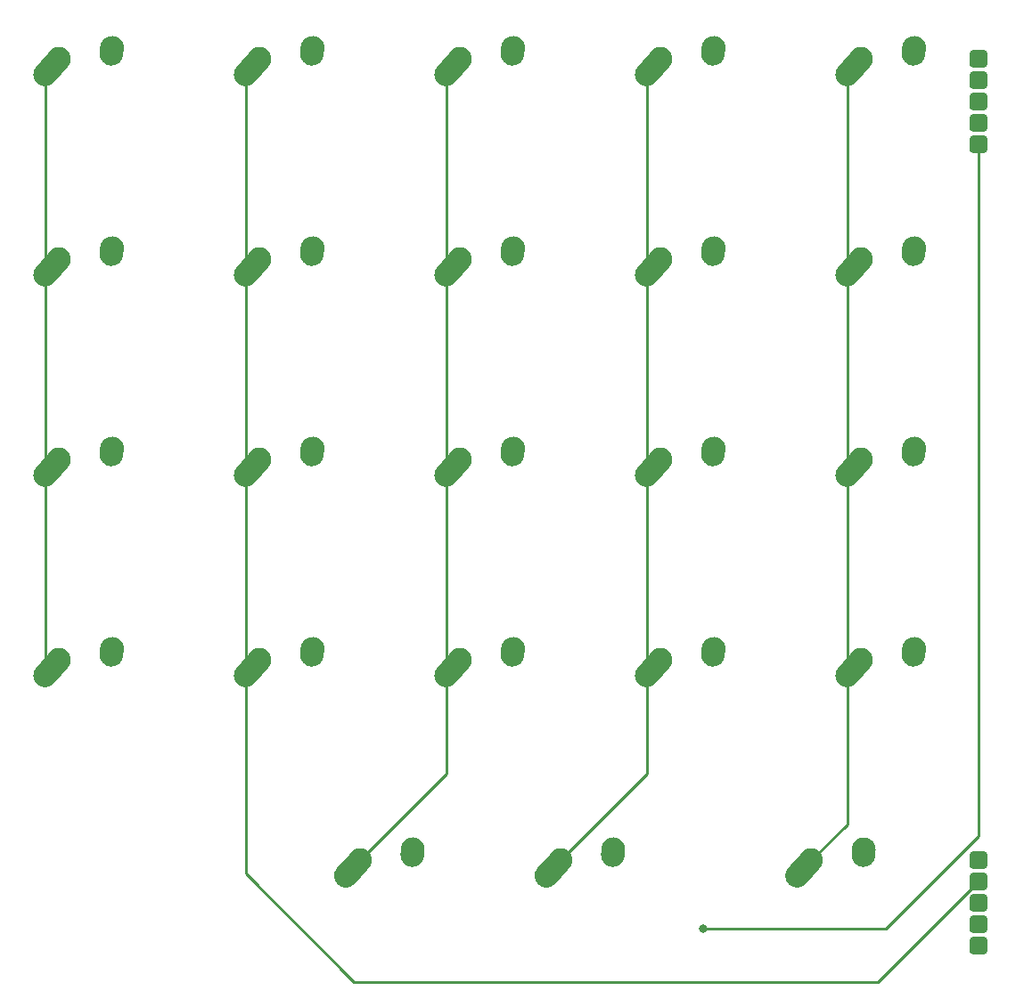
<source format=gtl>
%TF.GenerationSoftware,KiCad,Pcbnew,(5.1.12)-1*%
%TF.CreationDate,2022-01-05T11:41:57-05:00*%
%TF.ProjectId,gasket-1,6761736b-6574-42d3-912e-6b696361645f,rev?*%
%TF.SameCoordinates,Original*%
%TF.FileFunction,Copper,L1,Top*%
%TF.FilePolarity,Positive*%
%FSLAX46Y46*%
G04 Gerber Fmt 4.6, Leading zero omitted, Abs format (unit mm)*
G04 Created by KiCad (PCBNEW (5.1.12)-1) date 2022-01-05 11:41:57*
%MOMM*%
%LPD*%
G01*
G04 APERTURE LIST*
%TA.AperFunction,ComponentPad*%
%ADD10C,2.250000*%
%TD*%
%TA.AperFunction,ViaPad*%
%ADD11C,0.800000*%
%TD*%
%TA.AperFunction,Conductor*%
%ADD12C,0.254000*%
%TD*%
G04 APERTURE END LIST*
D10*
%TO.P,MX21,1*%
%TO.N,COL4*%
X104656250Y-65056250D03*
%TA.AperFunction,ComponentPad*%
G36*
G01*
X102594938Y-67353600D02*
X102594933Y-67353595D01*
G75*
G02*
X102508905Y-65764933I751317J837345D01*
G01*
X103818907Y-64304933D01*
G75*
G02*
X105407569Y-64218905I837345J-751317D01*
G01*
X105407569Y-64218905D01*
G75*
G02*
X105493597Y-65807567I-751317J-837345D01*
G01*
X104183595Y-67267567D01*
G75*
G02*
X102594933Y-67353595I-837345J751317D01*
G01*
G37*
%TD.AperFunction*%
%TO.P,MX21,2*%
%TO.N,Net-(D21-Pad2)*%
X109696250Y-63976250D03*
%TA.AperFunction,ComponentPad*%
G36*
G01*
X109579733Y-65678645D02*
X109578847Y-65678584D01*
G75*
G02*
X108533916Y-64478847I77403J1122334D01*
G01*
X108573916Y-63898847D01*
G75*
G02*
X109773653Y-62853916I1122334J-77403D01*
G01*
X109773653Y-62853916D01*
G75*
G02*
X110818584Y-64053653I-77403J-1122334D01*
G01*
X110778584Y-64633653D01*
G75*
G02*
X109578847Y-65678584I-1122334J77403D01*
G01*
G37*
%TD.AperFunction*%
%TD*%
%TO.P,M2,1*%
%TO.N,COL0*%
%TA.AperFunction,ComponentPad*%
G36*
G01*
X114947700Y-103562150D02*
X114947700Y-102685850D01*
G75*
G02*
X115385850Y-102247700I438150J0D01*
G01*
X116262150Y-102247700D01*
G75*
G02*
X116700300Y-102685850I0J-438150D01*
G01*
X116700300Y-103562150D01*
G75*
G02*
X116262150Y-104000300I-438150J0D01*
G01*
X115385850Y-104000300D01*
G75*
G02*
X114947700Y-103562150I0J438150D01*
G01*
G37*
%TD.AperFunction*%
%TO.P,M2,2*%
%TO.N,COL1*%
%TA.AperFunction,ComponentPad*%
G36*
G01*
X114947700Y-105594150D02*
X114947700Y-104717850D01*
G75*
G02*
X115385850Y-104279700I438150J0D01*
G01*
X116262150Y-104279700D01*
G75*
G02*
X116700300Y-104717850I0J-438150D01*
G01*
X116700300Y-105594150D01*
G75*
G02*
X116262150Y-106032300I-438150J0D01*
G01*
X115385850Y-106032300D01*
G75*
G02*
X114947700Y-105594150I0J438150D01*
G01*
G37*
%TD.AperFunction*%
%TO.P,M2,3*%
%TO.N,COL2*%
%TA.AperFunction,ComponentPad*%
G36*
G01*
X114947700Y-107626150D02*
X114947700Y-106749850D01*
G75*
G02*
X115385850Y-106311700I438150J0D01*
G01*
X116262150Y-106311700D01*
G75*
G02*
X116700300Y-106749850I0J-438150D01*
G01*
X116700300Y-107626150D01*
G75*
G02*
X116262150Y-108064300I-438150J0D01*
G01*
X115385850Y-108064300D01*
G75*
G02*
X114947700Y-107626150I0J438150D01*
G01*
G37*
%TD.AperFunction*%
%TO.P,M2,4*%
%TO.N,COL3*%
%TA.AperFunction,ComponentPad*%
G36*
G01*
X114947700Y-109658150D02*
X114947700Y-108781850D01*
G75*
G02*
X115385850Y-108343700I438150J0D01*
G01*
X116262150Y-108343700D01*
G75*
G02*
X116700300Y-108781850I0J-438150D01*
G01*
X116700300Y-109658150D01*
G75*
G02*
X116262150Y-110096300I-438150J0D01*
G01*
X115385850Y-110096300D01*
G75*
G02*
X114947700Y-109658150I0J438150D01*
G01*
G37*
%TD.AperFunction*%
%TO.P,M2,5*%
%TO.N,COL4*%
%TA.AperFunction,ComponentPad*%
G36*
G01*
X114947700Y-111690150D02*
X114947700Y-110813850D01*
G75*
G02*
X115385850Y-110375700I438150J0D01*
G01*
X116262150Y-110375700D01*
G75*
G02*
X116700300Y-110813850I0J-438150D01*
G01*
X116700300Y-111690150D01*
G75*
G02*
X116262150Y-112128300I-438150J0D01*
G01*
X115385850Y-112128300D01*
G75*
G02*
X114947700Y-111690150I0J438150D01*
G01*
G37*
%TD.AperFunction*%
%TD*%
%TO.P,M1,5*%
%TO.N,ROW4*%
%TA.AperFunction,ComponentPad*%
G36*
G01*
X114947700Y-35490150D02*
X114947700Y-34613850D01*
G75*
G02*
X115385850Y-34175700I438150J0D01*
G01*
X116262150Y-34175700D01*
G75*
G02*
X116700300Y-34613850I0J-438150D01*
G01*
X116700300Y-35490150D01*
G75*
G02*
X116262150Y-35928300I-438150J0D01*
G01*
X115385850Y-35928300D01*
G75*
G02*
X114947700Y-35490150I0J438150D01*
G01*
G37*
%TD.AperFunction*%
%TO.P,M1,4*%
%TO.N,ROW3*%
%TA.AperFunction,ComponentPad*%
G36*
G01*
X114947700Y-33458150D02*
X114947700Y-32581850D01*
G75*
G02*
X115385850Y-32143700I438150J0D01*
G01*
X116262150Y-32143700D01*
G75*
G02*
X116700300Y-32581850I0J-438150D01*
G01*
X116700300Y-33458150D01*
G75*
G02*
X116262150Y-33896300I-438150J0D01*
G01*
X115385850Y-33896300D01*
G75*
G02*
X114947700Y-33458150I0J438150D01*
G01*
G37*
%TD.AperFunction*%
%TO.P,M1,3*%
%TO.N,ROW2*%
%TA.AperFunction,ComponentPad*%
G36*
G01*
X114947700Y-31426150D02*
X114947700Y-30549850D01*
G75*
G02*
X115385850Y-30111700I438150J0D01*
G01*
X116262150Y-30111700D01*
G75*
G02*
X116700300Y-30549850I0J-438150D01*
G01*
X116700300Y-31426150D01*
G75*
G02*
X116262150Y-31864300I-438150J0D01*
G01*
X115385850Y-31864300D01*
G75*
G02*
X114947700Y-31426150I0J438150D01*
G01*
G37*
%TD.AperFunction*%
%TO.P,M1,2*%
%TO.N,ROW1*%
%TA.AperFunction,ComponentPad*%
G36*
G01*
X114947700Y-29394150D02*
X114947700Y-28517850D01*
G75*
G02*
X115385850Y-28079700I438150J0D01*
G01*
X116262150Y-28079700D01*
G75*
G02*
X116700300Y-28517850I0J-438150D01*
G01*
X116700300Y-29394150D01*
G75*
G02*
X116262150Y-29832300I-438150J0D01*
G01*
X115385850Y-29832300D01*
G75*
G02*
X114947700Y-29394150I0J438150D01*
G01*
G37*
%TD.AperFunction*%
%TO.P,M1,1*%
%TO.N,ROW0*%
%TA.AperFunction,ComponentPad*%
G36*
G01*
X114947700Y-27362150D02*
X114947700Y-26485850D01*
G75*
G02*
X115385850Y-26047700I438150J0D01*
G01*
X116262150Y-26047700D01*
G75*
G02*
X116700300Y-26485850I0J-438150D01*
G01*
X116700300Y-27362150D01*
G75*
G02*
X116262150Y-27800300I-438150J0D01*
G01*
X115385850Y-27800300D01*
G75*
G02*
X114947700Y-27362150I0J438150D01*
G01*
G37*
%TD.AperFunction*%
%TD*%
%TO.P,MX19,1*%
%TO.N,COL4*%
X104656250Y-26956250D03*
%TA.AperFunction,ComponentPad*%
G36*
G01*
X102594938Y-29253600D02*
X102594933Y-29253595D01*
G75*
G02*
X102508905Y-27664933I751317J837345D01*
G01*
X103818907Y-26204933D01*
G75*
G02*
X105407569Y-26118905I837345J-751317D01*
G01*
X105407569Y-26118905D01*
G75*
G02*
X105493597Y-27707567I-751317J-837345D01*
G01*
X104183595Y-29167567D01*
G75*
G02*
X102594933Y-29253595I-837345J751317D01*
G01*
G37*
%TD.AperFunction*%
%TO.P,MX19,2*%
%TO.N,Net-(D19-Pad2)*%
X109696250Y-25876250D03*
%TA.AperFunction,ComponentPad*%
G36*
G01*
X109579733Y-27578645D02*
X109578847Y-27578584D01*
G75*
G02*
X108533916Y-26378847I77403J1122334D01*
G01*
X108573916Y-25798847D01*
G75*
G02*
X109773653Y-24753916I1122334J-77403D01*
G01*
X109773653Y-24753916D01*
G75*
G02*
X110818584Y-25953653I-77403J-1122334D01*
G01*
X110778584Y-26533653D01*
G75*
G02*
X109578847Y-27578584I-1122334J77403D01*
G01*
G37*
%TD.AperFunction*%
%TD*%
%TO.P,MX18,1*%
%TO.N,COL3*%
X76081250Y-103156250D03*
%TA.AperFunction,ComponentPad*%
G36*
G01*
X74019938Y-105453600D02*
X74019933Y-105453595D01*
G75*
G02*
X73933905Y-103864933I751317J837345D01*
G01*
X75243907Y-102404933D01*
G75*
G02*
X76832569Y-102318905I837345J-751317D01*
G01*
X76832569Y-102318905D01*
G75*
G02*
X76918597Y-103907567I-751317J-837345D01*
G01*
X75608595Y-105367567D01*
G75*
G02*
X74019933Y-105453595I-837345J751317D01*
G01*
G37*
%TD.AperFunction*%
%TO.P,MX18,2*%
%TO.N,Net-(D18-Pad2)*%
X81121250Y-102076250D03*
%TA.AperFunction,ComponentPad*%
G36*
G01*
X81004733Y-103778645D02*
X81003847Y-103778584D01*
G75*
G02*
X79958916Y-102578847I77403J1122334D01*
G01*
X79998916Y-101998847D01*
G75*
G02*
X81198653Y-100953916I1122334J-77403D01*
G01*
X81198653Y-100953916D01*
G75*
G02*
X82243584Y-102153653I-77403J-1122334D01*
G01*
X82203584Y-102733653D01*
G75*
G02*
X81003847Y-103778584I-1122334J77403D01*
G01*
G37*
%TD.AperFunction*%
%TD*%
%TO.P,MX23,1*%
%TO.N,COL4*%
X99893750Y-103156250D03*
%TA.AperFunction,ComponentPad*%
G36*
G01*
X97832438Y-105453600D02*
X97832433Y-105453595D01*
G75*
G02*
X97746405Y-103864933I751317J837345D01*
G01*
X99056407Y-102404933D01*
G75*
G02*
X100645069Y-102318905I837345J-751317D01*
G01*
X100645069Y-102318905D01*
G75*
G02*
X100731097Y-103907567I-751317J-837345D01*
G01*
X99421095Y-105367567D01*
G75*
G02*
X97832433Y-105453595I-837345J751317D01*
G01*
G37*
%TD.AperFunction*%
%TO.P,MX23,2*%
%TO.N,Net-(D23-Pad2)*%
X104933750Y-102076250D03*
%TA.AperFunction,ComponentPad*%
G36*
G01*
X104817233Y-103778645D02*
X104816347Y-103778584D01*
G75*
G02*
X103771416Y-102578847I77403J1122334D01*
G01*
X103811416Y-101998847D01*
G75*
G02*
X105011153Y-100953916I1122334J-77403D01*
G01*
X105011153Y-100953916D01*
G75*
G02*
X106056084Y-102153653I-77403J-1122334D01*
G01*
X106016084Y-102733653D01*
G75*
G02*
X104816347Y-103778584I-1122334J77403D01*
G01*
G37*
%TD.AperFunction*%
%TD*%
%TO.P,MX22,1*%
%TO.N,COL4*%
X104656250Y-84106250D03*
%TA.AperFunction,ComponentPad*%
G36*
G01*
X102594938Y-86403600D02*
X102594933Y-86403595D01*
G75*
G02*
X102508905Y-84814933I751317J837345D01*
G01*
X103818907Y-83354933D01*
G75*
G02*
X105407569Y-83268905I837345J-751317D01*
G01*
X105407569Y-83268905D01*
G75*
G02*
X105493597Y-84857567I-751317J-837345D01*
G01*
X104183595Y-86317567D01*
G75*
G02*
X102594933Y-86403595I-837345J751317D01*
G01*
G37*
%TD.AperFunction*%
%TO.P,MX22,2*%
%TO.N,Net-(D22-Pad2)*%
X109696250Y-83026250D03*
%TA.AperFunction,ComponentPad*%
G36*
G01*
X109579733Y-84728645D02*
X109578847Y-84728584D01*
G75*
G02*
X108533916Y-83528847I77403J1122334D01*
G01*
X108573916Y-82948847D01*
G75*
G02*
X109773653Y-81903916I1122334J-77403D01*
G01*
X109773653Y-81903916D01*
G75*
G02*
X110818584Y-83103653I-77403J-1122334D01*
G01*
X110778584Y-83683653D01*
G75*
G02*
X109578847Y-84728584I-1122334J77403D01*
G01*
G37*
%TD.AperFunction*%
%TD*%
%TO.P,MX20,1*%
%TO.N,COL4*%
X104656250Y-46006250D03*
%TA.AperFunction,ComponentPad*%
G36*
G01*
X102594938Y-48303600D02*
X102594933Y-48303595D01*
G75*
G02*
X102508905Y-46714933I751317J837345D01*
G01*
X103818907Y-45254933D01*
G75*
G02*
X105407569Y-45168905I837345J-751317D01*
G01*
X105407569Y-45168905D01*
G75*
G02*
X105493597Y-46757567I-751317J-837345D01*
G01*
X104183595Y-48217567D01*
G75*
G02*
X102594933Y-48303595I-837345J751317D01*
G01*
G37*
%TD.AperFunction*%
%TO.P,MX20,2*%
%TO.N,Net-(D20-Pad2)*%
X109696250Y-44926250D03*
%TA.AperFunction,ComponentPad*%
G36*
G01*
X109579733Y-46628645D02*
X109578847Y-46628584D01*
G75*
G02*
X108533916Y-45428847I77403J1122334D01*
G01*
X108573916Y-44848847D01*
G75*
G02*
X109773653Y-43803916I1122334J-77403D01*
G01*
X109773653Y-43803916D01*
G75*
G02*
X110818584Y-45003653I-77403J-1122334D01*
G01*
X110778584Y-45583653D01*
G75*
G02*
X109578847Y-46628584I-1122334J77403D01*
G01*
G37*
%TD.AperFunction*%
%TD*%
%TO.P,MX17,1*%
%TO.N,COL3*%
X85606250Y-84106250D03*
%TA.AperFunction,ComponentPad*%
G36*
G01*
X83544938Y-86403600D02*
X83544933Y-86403595D01*
G75*
G02*
X83458905Y-84814933I751317J837345D01*
G01*
X84768907Y-83354933D01*
G75*
G02*
X86357569Y-83268905I837345J-751317D01*
G01*
X86357569Y-83268905D01*
G75*
G02*
X86443597Y-84857567I-751317J-837345D01*
G01*
X85133595Y-86317567D01*
G75*
G02*
X83544933Y-86403595I-837345J751317D01*
G01*
G37*
%TD.AperFunction*%
%TO.P,MX17,2*%
%TO.N,Net-(D17-Pad2)*%
X90646250Y-83026250D03*
%TA.AperFunction,ComponentPad*%
G36*
G01*
X90529733Y-84728645D02*
X90528847Y-84728584D01*
G75*
G02*
X89483916Y-83528847I77403J1122334D01*
G01*
X89523916Y-82948847D01*
G75*
G02*
X90723653Y-81903916I1122334J-77403D01*
G01*
X90723653Y-81903916D01*
G75*
G02*
X91768584Y-83103653I-77403J-1122334D01*
G01*
X91728584Y-83683653D01*
G75*
G02*
X90528847Y-84728584I-1122334J77403D01*
G01*
G37*
%TD.AperFunction*%
%TD*%
%TO.P,MX16,1*%
%TO.N,COL3*%
X85606250Y-65056250D03*
%TA.AperFunction,ComponentPad*%
G36*
G01*
X83544938Y-67353600D02*
X83544933Y-67353595D01*
G75*
G02*
X83458905Y-65764933I751317J837345D01*
G01*
X84768907Y-64304933D01*
G75*
G02*
X86357569Y-64218905I837345J-751317D01*
G01*
X86357569Y-64218905D01*
G75*
G02*
X86443597Y-65807567I-751317J-837345D01*
G01*
X85133595Y-67267567D01*
G75*
G02*
X83544933Y-67353595I-837345J751317D01*
G01*
G37*
%TD.AperFunction*%
%TO.P,MX16,2*%
%TO.N,Net-(D16-Pad2)*%
X90646250Y-63976250D03*
%TA.AperFunction,ComponentPad*%
G36*
G01*
X90529733Y-65678645D02*
X90528847Y-65678584D01*
G75*
G02*
X89483916Y-64478847I77403J1122334D01*
G01*
X89523916Y-63898847D01*
G75*
G02*
X90723653Y-62853916I1122334J-77403D01*
G01*
X90723653Y-62853916D01*
G75*
G02*
X91768584Y-64053653I-77403J-1122334D01*
G01*
X91728584Y-64633653D01*
G75*
G02*
X90528847Y-65678584I-1122334J77403D01*
G01*
G37*
%TD.AperFunction*%
%TD*%
%TO.P,MX15,1*%
%TO.N,COL3*%
X85606250Y-46006250D03*
%TA.AperFunction,ComponentPad*%
G36*
G01*
X83544938Y-48303600D02*
X83544933Y-48303595D01*
G75*
G02*
X83458905Y-46714933I751317J837345D01*
G01*
X84768907Y-45254933D01*
G75*
G02*
X86357569Y-45168905I837345J-751317D01*
G01*
X86357569Y-45168905D01*
G75*
G02*
X86443597Y-46757567I-751317J-837345D01*
G01*
X85133595Y-48217567D01*
G75*
G02*
X83544933Y-48303595I-837345J751317D01*
G01*
G37*
%TD.AperFunction*%
%TO.P,MX15,2*%
%TO.N,Net-(D15-Pad2)*%
X90646250Y-44926250D03*
%TA.AperFunction,ComponentPad*%
G36*
G01*
X90529733Y-46628645D02*
X90528847Y-46628584D01*
G75*
G02*
X89483916Y-45428847I77403J1122334D01*
G01*
X89523916Y-44848847D01*
G75*
G02*
X90723653Y-43803916I1122334J-77403D01*
G01*
X90723653Y-43803916D01*
G75*
G02*
X91768584Y-45003653I-77403J-1122334D01*
G01*
X91728584Y-45583653D01*
G75*
G02*
X90528847Y-46628584I-1122334J77403D01*
G01*
G37*
%TD.AperFunction*%
%TD*%
%TO.P,MX14,1*%
%TO.N,COL3*%
X85606250Y-26956250D03*
%TA.AperFunction,ComponentPad*%
G36*
G01*
X83544938Y-29253600D02*
X83544933Y-29253595D01*
G75*
G02*
X83458905Y-27664933I751317J837345D01*
G01*
X84768907Y-26204933D01*
G75*
G02*
X86357569Y-26118905I837345J-751317D01*
G01*
X86357569Y-26118905D01*
G75*
G02*
X86443597Y-27707567I-751317J-837345D01*
G01*
X85133595Y-29167567D01*
G75*
G02*
X83544933Y-29253595I-837345J751317D01*
G01*
G37*
%TD.AperFunction*%
%TO.P,MX14,2*%
%TO.N,Net-(D14-Pad2)*%
X90646250Y-25876250D03*
%TA.AperFunction,ComponentPad*%
G36*
G01*
X90529733Y-27578645D02*
X90528847Y-27578584D01*
G75*
G02*
X89483916Y-26378847I77403J1122334D01*
G01*
X89523916Y-25798847D01*
G75*
G02*
X90723653Y-24753916I1122334J-77403D01*
G01*
X90723653Y-24753916D01*
G75*
G02*
X91768584Y-25953653I-77403J-1122334D01*
G01*
X91728584Y-26533653D01*
G75*
G02*
X90528847Y-27578584I-1122334J77403D01*
G01*
G37*
%TD.AperFunction*%
%TD*%
%TO.P,MX13,1*%
%TO.N,COL2*%
X57031250Y-103156250D03*
%TA.AperFunction,ComponentPad*%
G36*
G01*
X54969938Y-105453600D02*
X54969933Y-105453595D01*
G75*
G02*
X54883905Y-103864933I751317J837345D01*
G01*
X56193907Y-102404933D01*
G75*
G02*
X57782569Y-102318905I837345J-751317D01*
G01*
X57782569Y-102318905D01*
G75*
G02*
X57868597Y-103907567I-751317J-837345D01*
G01*
X56558595Y-105367567D01*
G75*
G02*
X54969933Y-105453595I-837345J751317D01*
G01*
G37*
%TD.AperFunction*%
%TO.P,MX13,2*%
%TO.N,Net-(D13-Pad2)*%
X62071250Y-102076250D03*
%TA.AperFunction,ComponentPad*%
G36*
G01*
X61954733Y-103778645D02*
X61953847Y-103778584D01*
G75*
G02*
X60908916Y-102578847I77403J1122334D01*
G01*
X60948916Y-101998847D01*
G75*
G02*
X62148653Y-100953916I1122334J-77403D01*
G01*
X62148653Y-100953916D01*
G75*
G02*
X63193584Y-102153653I-77403J-1122334D01*
G01*
X63153584Y-102733653D01*
G75*
G02*
X61953847Y-103778584I-1122334J77403D01*
G01*
G37*
%TD.AperFunction*%
%TD*%
%TO.P,MX12,1*%
%TO.N,COL2*%
X66556250Y-84106250D03*
%TA.AperFunction,ComponentPad*%
G36*
G01*
X64494938Y-86403600D02*
X64494933Y-86403595D01*
G75*
G02*
X64408905Y-84814933I751317J837345D01*
G01*
X65718907Y-83354933D01*
G75*
G02*
X67307569Y-83268905I837345J-751317D01*
G01*
X67307569Y-83268905D01*
G75*
G02*
X67393597Y-84857567I-751317J-837345D01*
G01*
X66083595Y-86317567D01*
G75*
G02*
X64494933Y-86403595I-837345J751317D01*
G01*
G37*
%TD.AperFunction*%
%TO.P,MX12,2*%
%TO.N,Net-(D12-Pad2)*%
X71596250Y-83026250D03*
%TA.AperFunction,ComponentPad*%
G36*
G01*
X71479733Y-84728645D02*
X71478847Y-84728584D01*
G75*
G02*
X70433916Y-83528847I77403J1122334D01*
G01*
X70473916Y-82948847D01*
G75*
G02*
X71673653Y-81903916I1122334J-77403D01*
G01*
X71673653Y-81903916D01*
G75*
G02*
X72718584Y-83103653I-77403J-1122334D01*
G01*
X72678584Y-83683653D01*
G75*
G02*
X71478847Y-84728584I-1122334J77403D01*
G01*
G37*
%TD.AperFunction*%
%TD*%
%TO.P,MX11,1*%
%TO.N,COL2*%
X66556250Y-65056250D03*
%TA.AperFunction,ComponentPad*%
G36*
G01*
X64494938Y-67353600D02*
X64494933Y-67353595D01*
G75*
G02*
X64408905Y-65764933I751317J837345D01*
G01*
X65718907Y-64304933D01*
G75*
G02*
X67307569Y-64218905I837345J-751317D01*
G01*
X67307569Y-64218905D01*
G75*
G02*
X67393597Y-65807567I-751317J-837345D01*
G01*
X66083595Y-67267567D01*
G75*
G02*
X64494933Y-67353595I-837345J751317D01*
G01*
G37*
%TD.AperFunction*%
%TO.P,MX11,2*%
%TO.N,Net-(D11-Pad2)*%
X71596250Y-63976250D03*
%TA.AperFunction,ComponentPad*%
G36*
G01*
X71479733Y-65678645D02*
X71478847Y-65678584D01*
G75*
G02*
X70433916Y-64478847I77403J1122334D01*
G01*
X70473916Y-63898847D01*
G75*
G02*
X71673653Y-62853916I1122334J-77403D01*
G01*
X71673653Y-62853916D01*
G75*
G02*
X72718584Y-64053653I-77403J-1122334D01*
G01*
X72678584Y-64633653D01*
G75*
G02*
X71478847Y-65678584I-1122334J77403D01*
G01*
G37*
%TD.AperFunction*%
%TD*%
%TO.P,MX10,1*%
%TO.N,COL2*%
X66556250Y-46006250D03*
%TA.AperFunction,ComponentPad*%
G36*
G01*
X64494938Y-48303600D02*
X64494933Y-48303595D01*
G75*
G02*
X64408905Y-46714933I751317J837345D01*
G01*
X65718907Y-45254933D01*
G75*
G02*
X67307569Y-45168905I837345J-751317D01*
G01*
X67307569Y-45168905D01*
G75*
G02*
X67393597Y-46757567I-751317J-837345D01*
G01*
X66083595Y-48217567D01*
G75*
G02*
X64494933Y-48303595I-837345J751317D01*
G01*
G37*
%TD.AperFunction*%
%TO.P,MX10,2*%
%TO.N,Net-(D10-Pad2)*%
X71596250Y-44926250D03*
%TA.AperFunction,ComponentPad*%
G36*
G01*
X71479733Y-46628645D02*
X71478847Y-46628584D01*
G75*
G02*
X70433916Y-45428847I77403J1122334D01*
G01*
X70473916Y-44848847D01*
G75*
G02*
X71673653Y-43803916I1122334J-77403D01*
G01*
X71673653Y-43803916D01*
G75*
G02*
X72718584Y-45003653I-77403J-1122334D01*
G01*
X72678584Y-45583653D01*
G75*
G02*
X71478847Y-46628584I-1122334J77403D01*
G01*
G37*
%TD.AperFunction*%
%TD*%
%TO.P,MX9,1*%
%TO.N,COL2*%
X66556250Y-26956250D03*
%TA.AperFunction,ComponentPad*%
G36*
G01*
X64494938Y-29253600D02*
X64494933Y-29253595D01*
G75*
G02*
X64408905Y-27664933I751317J837345D01*
G01*
X65718907Y-26204933D01*
G75*
G02*
X67307569Y-26118905I837345J-751317D01*
G01*
X67307569Y-26118905D01*
G75*
G02*
X67393597Y-27707567I-751317J-837345D01*
G01*
X66083595Y-29167567D01*
G75*
G02*
X64494933Y-29253595I-837345J751317D01*
G01*
G37*
%TD.AperFunction*%
%TO.P,MX9,2*%
%TO.N,Net-(D9-Pad2)*%
X71596250Y-25876250D03*
%TA.AperFunction,ComponentPad*%
G36*
G01*
X71479733Y-27578645D02*
X71478847Y-27578584D01*
G75*
G02*
X70433916Y-26378847I77403J1122334D01*
G01*
X70473916Y-25798847D01*
G75*
G02*
X71673653Y-24753916I1122334J-77403D01*
G01*
X71673653Y-24753916D01*
G75*
G02*
X72718584Y-25953653I-77403J-1122334D01*
G01*
X72678584Y-26533653D01*
G75*
G02*
X71478847Y-27578584I-1122334J77403D01*
G01*
G37*
%TD.AperFunction*%
%TD*%
%TO.P,MX8,1*%
%TO.N,COL1*%
X47506250Y-84106250D03*
%TA.AperFunction,ComponentPad*%
G36*
G01*
X45444938Y-86403600D02*
X45444933Y-86403595D01*
G75*
G02*
X45358905Y-84814933I751317J837345D01*
G01*
X46668907Y-83354933D01*
G75*
G02*
X48257569Y-83268905I837345J-751317D01*
G01*
X48257569Y-83268905D01*
G75*
G02*
X48343597Y-84857567I-751317J-837345D01*
G01*
X47033595Y-86317567D01*
G75*
G02*
X45444933Y-86403595I-837345J751317D01*
G01*
G37*
%TD.AperFunction*%
%TO.P,MX8,2*%
%TO.N,Net-(D8-Pad2)*%
X52546250Y-83026250D03*
%TA.AperFunction,ComponentPad*%
G36*
G01*
X52429733Y-84728645D02*
X52428847Y-84728584D01*
G75*
G02*
X51383916Y-83528847I77403J1122334D01*
G01*
X51423916Y-82948847D01*
G75*
G02*
X52623653Y-81903916I1122334J-77403D01*
G01*
X52623653Y-81903916D01*
G75*
G02*
X53668584Y-83103653I-77403J-1122334D01*
G01*
X53628584Y-83683653D01*
G75*
G02*
X52428847Y-84728584I-1122334J77403D01*
G01*
G37*
%TD.AperFunction*%
%TD*%
%TO.P,MX7,1*%
%TO.N,COL1*%
X47506250Y-65056250D03*
%TA.AperFunction,ComponentPad*%
G36*
G01*
X45444938Y-67353600D02*
X45444933Y-67353595D01*
G75*
G02*
X45358905Y-65764933I751317J837345D01*
G01*
X46668907Y-64304933D01*
G75*
G02*
X48257569Y-64218905I837345J-751317D01*
G01*
X48257569Y-64218905D01*
G75*
G02*
X48343597Y-65807567I-751317J-837345D01*
G01*
X47033595Y-67267567D01*
G75*
G02*
X45444933Y-67353595I-837345J751317D01*
G01*
G37*
%TD.AperFunction*%
%TO.P,MX7,2*%
%TO.N,Net-(D7-Pad2)*%
X52546250Y-63976250D03*
%TA.AperFunction,ComponentPad*%
G36*
G01*
X52429733Y-65678645D02*
X52428847Y-65678584D01*
G75*
G02*
X51383916Y-64478847I77403J1122334D01*
G01*
X51423916Y-63898847D01*
G75*
G02*
X52623653Y-62853916I1122334J-77403D01*
G01*
X52623653Y-62853916D01*
G75*
G02*
X53668584Y-64053653I-77403J-1122334D01*
G01*
X53628584Y-64633653D01*
G75*
G02*
X52428847Y-65678584I-1122334J77403D01*
G01*
G37*
%TD.AperFunction*%
%TD*%
%TO.P,MX6,1*%
%TO.N,COL1*%
X47506250Y-46006250D03*
%TA.AperFunction,ComponentPad*%
G36*
G01*
X45444938Y-48303600D02*
X45444933Y-48303595D01*
G75*
G02*
X45358905Y-46714933I751317J837345D01*
G01*
X46668907Y-45254933D01*
G75*
G02*
X48257569Y-45168905I837345J-751317D01*
G01*
X48257569Y-45168905D01*
G75*
G02*
X48343597Y-46757567I-751317J-837345D01*
G01*
X47033595Y-48217567D01*
G75*
G02*
X45444933Y-48303595I-837345J751317D01*
G01*
G37*
%TD.AperFunction*%
%TO.P,MX6,2*%
%TO.N,Net-(D6-Pad2)*%
X52546250Y-44926250D03*
%TA.AperFunction,ComponentPad*%
G36*
G01*
X52429733Y-46628645D02*
X52428847Y-46628584D01*
G75*
G02*
X51383916Y-45428847I77403J1122334D01*
G01*
X51423916Y-44848847D01*
G75*
G02*
X52623653Y-43803916I1122334J-77403D01*
G01*
X52623653Y-43803916D01*
G75*
G02*
X53668584Y-45003653I-77403J-1122334D01*
G01*
X53628584Y-45583653D01*
G75*
G02*
X52428847Y-46628584I-1122334J77403D01*
G01*
G37*
%TD.AperFunction*%
%TD*%
%TO.P,MX5,1*%
%TO.N,COL1*%
X47506250Y-26956250D03*
%TA.AperFunction,ComponentPad*%
G36*
G01*
X45444938Y-29253600D02*
X45444933Y-29253595D01*
G75*
G02*
X45358905Y-27664933I751317J837345D01*
G01*
X46668907Y-26204933D01*
G75*
G02*
X48257569Y-26118905I837345J-751317D01*
G01*
X48257569Y-26118905D01*
G75*
G02*
X48343597Y-27707567I-751317J-837345D01*
G01*
X47033595Y-29167567D01*
G75*
G02*
X45444933Y-29253595I-837345J751317D01*
G01*
G37*
%TD.AperFunction*%
%TO.P,MX5,2*%
%TO.N,Net-(D5-Pad2)*%
X52546250Y-25876250D03*
%TA.AperFunction,ComponentPad*%
G36*
G01*
X52429733Y-27578645D02*
X52428847Y-27578584D01*
G75*
G02*
X51383916Y-26378847I77403J1122334D01*
G01*
X51423916Y-25798847D01*
G75*
G02*
X52623653Y-24753916I1122334J-77403D01*
G01*
X52623653Y-24753916D01*
G75*
G02*
X53668584Y-25953653I-77403J-1122334D01*
G01*
X53628584Y-26533653D01*
G75*
G02*
X52428847Y-27578584I-1122334J77403D01*
G01*
G37*
%TD.AperFunction*%
%TD*%
%TO.P,MX4,1*%
%TO.N,COL0*%
X28456250Y-84106250D03*
%TA.AperFunction,ComponentPad*%
G36*
G01*
X26394938Y-86403600D02*
X26394933Y-86403595D01*
G75*
G02*
X26308905Y-84814933I751317J837345D01*
G01*
X27618907Y-83354933D01*
G75*
G02*
X29207569Y-83268905I837345J-751317D01*
G01*
X29207569Y-83268905D01*
G75*
G02*
X29293597Y-84857567I-751317J-837345D01*
G01*
X27983595Y-86317567D01*
G75*
G02*
X26394933Y-86403595I-837345J751317D01*
G01*
G37*
%TD.AperFunction*%
%TO.P,MX4,2*%
%TO.N,Net-(D4-Pad2)*%
X33496250Y-83026250D03*
%TA.AperFunction,ComponentPad*%
G36*
G01*
X33379733Y-84728645D02*
X33378847Y-84728584D01*
G75*
G02*
X32333916Y-83528847I77403J1122334D01*
G01*
X32373916Y-82948847D01*
G75*
G02*
X33573653Y-81903916I1122334J-77403D01*
G01*
X33573653Y-81903916D01*
G75*
G02*
X34618584Y-83103653I-77403J-1122334D01*
G01*
X34578584Y-83683653D01*
G75*
G02*
X33378847Y-84728584I-1122334J77403D01*
G01*
G37*
%TD.AperFunction*%
%TD*%
%TO.P,MX3,1*%
%TO.N,COL0*%
X28456250Y-65056250D03*
%TA.AperFunction,ComponentPad*%
G36*
G01*
X26394938Y-67353600D02*
X26394933Y-67353595D01*
G75*
G02*
X26308905Y-65764933I751317J837345D01*
G01*
X27618907Y-64304933D01*
G75*
G02*
X29207569Y-64218905I837345J-751317D01*
G01*
X29207569Y-64218905D01*
G75*
G02*
X29293597Y-65807567I-751317J-837345D01*
G01*
X27983595Y-67267567D01*
G75*
G02*
X26394933Y-67353595I-837345J751317D01*
G01*
G37*
%TD.AperFunction*%
%TO.P,MX3,2*%
%TO.N,Net-(D3-Pad2)*%
X33496250Y-63976250D03*
%TA.AperFunction,ComponentPad*%
G36*
G01*
X33379733Y-65678645D02*
X33378847Y-65678584D01*
G75*
G02*
X32333916Y-64478847I77403J1122334D01*
G01*
X32373916Y-63898847D01*
G75*
G02*
X33573653Y-62853916I1122334J-77403D01*
G01*
X33573653Y-62853916D01*
G75*
G02*
X34618584Y-64053653I-77403J-1122334D01*
G01*
X34578584Y-64633653D01*
G75*
G02*
X33378847Y-65678584I-1122334J77403D01*
G01*
G37*
%TD.AperFunction*%
%TD*%
%TO.P,MX2,1*%
%TO.N,COL0*%
X28456250Y-46006250D03*
%TA.AperFunction,ComponentPad*%
G36*
G01*
X26394938Y-48303600D02*
X26394933Y-48303595D01*
G75*
G02*
X26308905Y-46714933I751317J837345D01*
G01*
X27618907Y-45254933D01*
G75*
G02*
X29207569Y-45168905I837345J-751317D01*
G01*
X29207569Y-45168905D01*
G75*
G02*
X29293597Y-46757567I-751317J-837345D01*
G01*
X27983595Y-48217567D01*
G75*
G02*
X26394933Y-48303595I-837345J751317D01*
G01*
G37*
%TD.AperFunction*%
%TO.P,MX2,2*%
%TO.N,Net-(D2-Pad2)*%
X33496250Y-44926250D03*
%TA.AperFunction,ComponentPad*%
G36*
G01*
X33379733Y-46628645D02*
X33378847Y-46628584D01*
G75*
G02*
X32333916Y-45428847I77403J1122334D01*
G01*
X32373916Y-44848847D01*
G75*
G02*
X33573653Y-43803916I1122334J-77403D01*
G01*
X33573653Y-43803916D01*
G75*
G02*
X34618584Y-45003653I-77403J-1122334D01*
G01*
X34578584Y-45583653D01*
G75*
G02*
X33378847Y-46628584I-1122334J77403D01*
G01*
G37*
%TD.AperFunction*%
%TD*%
%TO.P,MX1,1*%
%TO.N,COL0*%
X28456250Y-26956250D03*
%TA.AperFunction,ComponentPad*%
G36*
G01*
X26394938Y-29253600D02*
X26394933Y-29253595D01*
G75*
G02*
X26308905Y-27664933I751317J837345D01*
G01*
X27618907Y-26204933D01*
G75*
G02*
X29207569Y-26118905I837345J-751317D01*
G01*
X29207569Y-26118905D01*
G75*
G02*
X29293597Y-27707567I-751317J-837345D01*
G01*
X27983595Y-29167567D01*
G75*
G02*
X26394933Y-29253595I-837345J751317D01*
G01*
G37*
%TD.AperFunction*%
%TO.P,MX1,2*%
%TO.N,Net-(D1-Pad2)*%
X33496250Y-25876250D03*
%TA.AperFunction,ComponentPad*%
G36*
G01*
X33379733Y-27578645D02*
X33378847Y-27578584D01*
G75*
G02*
X32333916Y-26378847I77403J1122334D01*
G01*
X32373916Y-25798847D01*
G75*
G02*
X33573653Y-24753916I1122334J-77403D01*
G01*
X33573653Y-24753916D01*
G75*
G02*
X34618584Y-25953653I-77403J-1122334D01*
G01*
X34578584Y-26533653D01*
G75*
G02*
X33378847Y-27578584I-1122334J77403D01*
G01*
G37*
%TD.AperFunction*%
%TD*%
D11*
%TO.N,ROW4*%
X89662000Y-109601000D03*
%TD*%
D12*
%TO.N,ROW4*%
X115824000Y-91567000D02*
X115824000Y-35052000D01*
X115824000Y-91567000D02*
X115824000Y-100838000D01*
X107061000Y-109601000D02*
X89662000Y-109601000D01*
X115824000Y-100838000D02*
X107061000Y-109601000D01*
%TO.N,COL0*%
X27146250Y-28416250D02*
X27146250Y-85566250D01*
%TO.N,COL1*%
X46196250Y-66833750D02*
X46196250Y-85566250D01*
X46196250Y-28416250D02*
X46196250Y-66833750D01*
X106299000Y-114681000D02*
X115824000Y-105156000D01*
X56515000Y-114681000D02*
X106299000Y-114681000D01*
X46196250Y-104362250D02*
X56515000Y-114681000D01*
X46196250Y-85566250D02*
X46196250Y-104362250D01*
%TO.N,COL2*%
X65246250Y-94941250D02*
X57031250Y-103156250D01*
X65246250Y-28416250D02*
X65246250Y-94941250D01*
%TO.N,COL3*%
X84296250Y-94941250D02*
X76081250Y-103156250D01*
X84296250Y-28416250D02*
X84296250Y-94941250D01*
%TO.N,COL4*%
X103346250Y-99703750D02*
X99893750Y-103156250D01*
X103346250Y-28416250D02*
X103346250Y-99703750D01*
%TD*%
M02*

</source>
